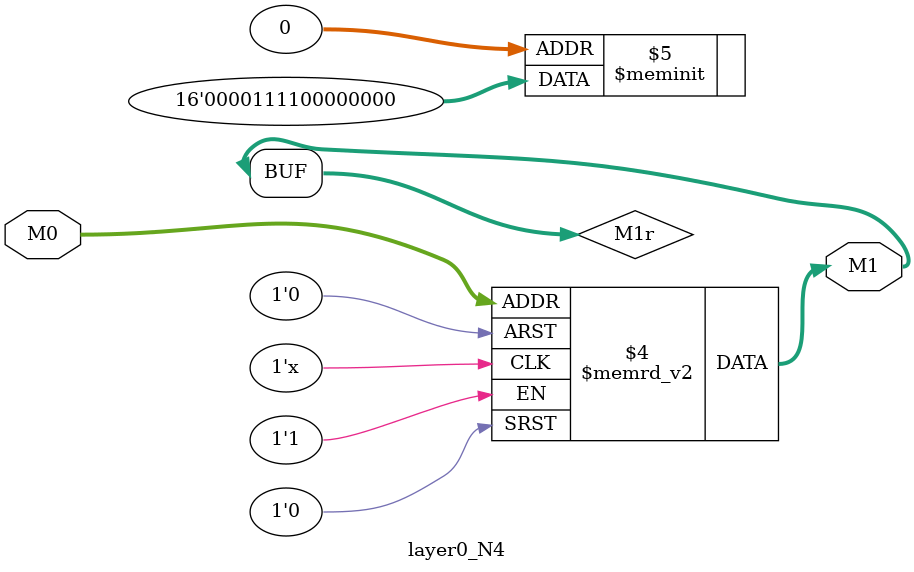
<source format=v>
module layer0_N4 ( input [2:0] M0, output [1:0] M1 );

	(*rom_style = "distributed" *) reg [1:0] M1r;
	assign M1 = M1r;
	always @ (M0) begin
		case (M0)
			3'b000: M1r = 2'b00;
			3'b100: M1r = 2'b11;
			3'b010: M1r = 2'b00;
			3'b110: M1r = 2'b00;
			3'b001: M1r = 2'b00;
			3'b101: M1r = 2'b11;
			3'b011: M1r = 2'b00;
			3'b111: M1r = 2'b00;

		endcase
	end
endmodule

</source>
